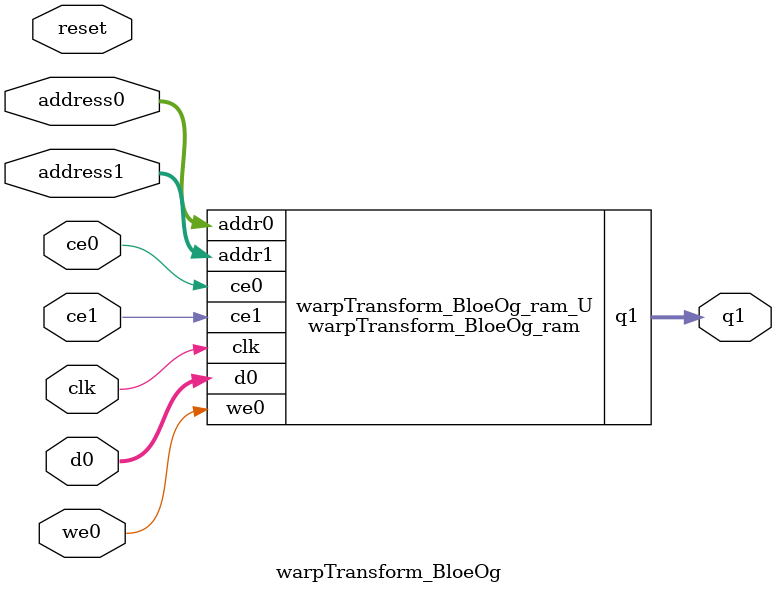
<source format=v>
`timescale 1 ns / 1 ps
module warpTransform_BloeOg_ram (addr0, ce0, d0, we0, addr1, ce1, q1,  clk);

parameter DWIDTH = 8;
parameter AWIDTH = 11;
parameter MEM_SIZE = 1920;

input[AWIDTH-1:0] addr0;
input ce0;
input[DWIDTH-1:0] d0;
input we0;
input[AWIDTH-1:0] addr1;
input ce1;
output reg[DWIDTH-1:0] q1;
input clk;

(* ram_style = "block" *)reg [DWIDTH-1:0] ram[0:MEM_SIZE-1];




always @(posedge clk)  
begin 
    if (ce0) 
    begin
        if (we0) 
        begin 
            ram[addr0] <= d0; 
        end 
    end
end


always @(posedge clk)  
begin 
    if (ce1) 
    begin
        q1 <= ram[addr1];
    end
end


endmodule

`timescale 1 ns / 1 ps
module warpTransform_BloeOg(
    reset,
    clk,
    address0,
    ce0,
    we0,
    d0,
    address1,
    ce1,
    q1);

parameter DataWidth = 32'd8;
parameter AddressRange = 32'd1920;
parameter AddressWidth = 32'd11;
input reset;
input clk;
input[AddressWidth - 1:0] address0;
input ce0;
input we0;
input[DataWidth - 1:0] d0;
input[AddressWidth - 1:0] address1;
input ce1;
output[DataWidth - 1:0] q1;



warpTransform_BloeOg_ram warpTransform_BloeOg_ram_U(
    .clk( clk ),
    .addr0( address0 ),
    .ce0( ce0 ),
    .we0( we0 ),
    .d0( d0 ),
    .addr1( address1 ),
    .ce1( ce1 ),
    .q1( q1 ));

endmodule


</source>
